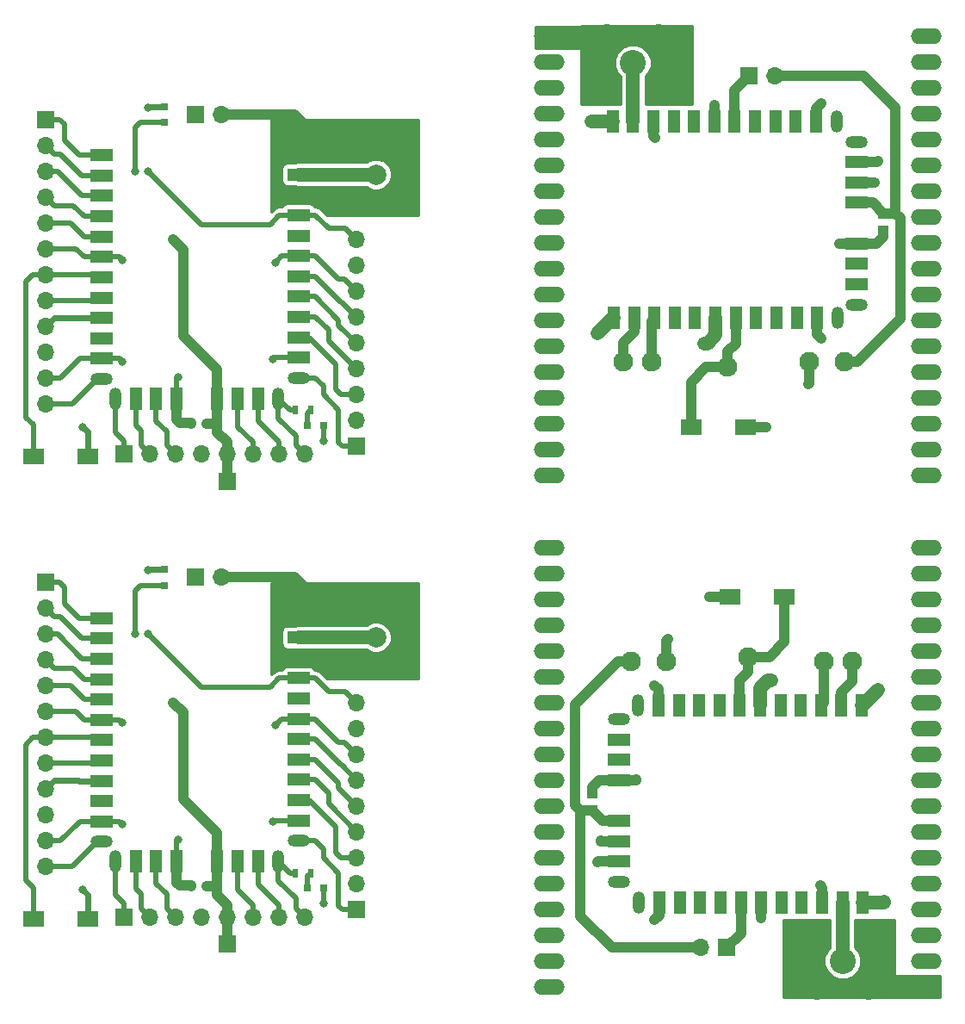
<source format=gtl>
G04 #@! TF.FileFunction,Copper,L1,Top,Signal*
%FSLAX46Y46*%
G04 Gerber Fmt 4.6, Leading zero omitted, Abs format (unit mm)*
G04 Created by KiCad (PCBNEW 4.0.6-e0-6349~53~ubuntu14.04.1) date Mon Apr 10 17:45:15 2017*
%MOMM*%
%LPD*%
G01*
G04 APERTURE LIST*
%ADD10C,0.100000*%
%ADD11O,1.700000X1.700000*%
%ADD12R,1.700000X1.700000*%
%ADD13R,0.800000X0.750000*%
%ADD14R,0.800000X0.800000*%
%ADD15R,0.500000X0.900000*%
%ADD16R,2.200000X1.200000*%
%ADD17O,2.200000X1.200000*%
%ADD18O,1.200000X2.200000*%
%ADD19R,1.200000X2.200000*%
%ADD20C,2.000000*%
%ADD21C,2.200000*%
%ADD22R,2.000000X1.600000*%
%ADD23R,0.998220X1.099820*%
%ADD24C,1.930400*%
%ADD25O,3.048000X1.524000*%
%ADD26C,2.540000*%
%ADD27C,0.800000*%
%ADD28C,0.600000*%
%ADD29C,0.600000*%
%ADD30C,1.000000*%
%ADD31C,0.550000*%
%ADD32C,0.500000*%
%ADD33C,1.370000*%
%ADD34C,0.254000*%
G04 APERTURE END LIST*
D10*
D11*
X137500000Y-73510000D03*
X137500000Y-76050000D03*
X137500000Y-78590000D03*
X137500000Y-81130000D03*
X137500000Y-83670000D03*
X137500000Y-86210000D03*
X137500000Y-88750000D03*
X137500000Y-91290000D03*
D12*
X137500000Y-93830000D03*
D13*
X121250000Y-91600000D03*
X122750000Y-91600000D03*
D14*
X132700000Y-91750000D03*
X134300000Y-91750000D03*
X118600000Y-60400000D03*
X118600000Y-62000000D03*
D12*
X106900000Y-61700000D03*
D11*
X106900000Y-64240000D03*
X106900000Y-66780000D03*
X106900000Y-69320000D03*
X106900000Y-71860000D03*
X106900000Y-74400000D03*
X106900000Y-76940000D03*
X106900000Y-79480000D03*
X106900000Y-82020000D03*
X106900000Y-84560000D03*
X106900000Y-87100000D03*
X106900000Y-89640000D03*
X132380000Y-94600000D03*
X129840000Y-94600000D03*
X127300000Y-94600000D03*
X124760000Y-94600000D03*
X122220000Y-94600000D03*
X119680000Y-94600000D03*
X117140000Y-94600000D03*
D12*
X114600000Y-94600000D03*
X121700000Y-61200000D03*
D11*
X124240000Y-61200000D03*
D15*
X131500000Y-90250000D03*
X133000000Y-90250000D03*
D16*
X112470000Y-65200000D03*
X112470000Y-67200000D03*
X112470000Y-69200000D03*
X112470000Y-71200000D03*
X112470000Y-73200000D03*
X112470000Y-75200000D03*
X112470000Y-77200000D03*
X112470000Y-79200000D03*
X112470000Y-81200000D03*
X112470000Y-83200000D03*
X112470000Y-85200000D03*
D17*
X112470000Y-87200000D03*
D18*
X113800000Y-89100000D03*
D19*
X115800000Y-89100000D03*
X117800000Y-89100000D03*
X119800000Y-89100000D03*
X123800000Y-89100000D03*
X125800000Y-89100000D03*
X127800000Y-89100000D03*
D18*
X129800000Y-89100000D03*
D17*
X131800000Y-87100000D03*
D16*
X131800000Y-85100000D03*
X131800000Y-83100000D03*
X131800000Y-81100000D03*
X131800000Y-79100000D03*
X131800000Y-77100000D03*
X131800000Y-75100000D03*
X131800000Y-73100000D03*
X131800000Y-71100000D03*
X131800000Y-69100000D03*
X131800000Y-67100000D03*
X131800000Y-65100000D03*
D20*
X139420000Y-67100000D03*
D21*
X141960000Y-69640000D03*
X141960000Y-64560000D03*
X136880000Y-64560000D03*
X136880000Y-69640000D03*
D22*
X111100000Y-94800000D03*
X105700000Y-94800000D03*
D12*
X124750000Y-97250000D03*
D11*
X137500000Y-119010000D03*
X137500000Y-121550000D03*
X137500000Y-124090000D03*
X137500000Y-126630000D03*
X137500000Y-129170000D03*
X137500000Y-131710000D03*
X137500000Y-134250000D03*
X137500000Y-136790000D03*
D12*
X137500000Y-139330000D03*
D13*
X121250000Y-137100000D03*
X122750000Y-137100000D03*
D14*
X132700000Y-137250000D03*
X134300000Y-137250000D03*
X118600000Y-105900000D03*
X118600000Y-107500000D03*
D12*
X106900000Y-107200000D03*
D11*
X106900000Y-109740000D03*
X106900000Y-112280000D03*
X106900000Y-114820000D03*
X106900000Y-117360000D03*
X106900000Y-119900000D03*
X106900000Y-122440000D03*
X106900000Y-124980000D03*
X106900000Y-127520000D03*
X106900000Y-130060000D03*
X106900000Y-132600000D03*
X106900000Y-135140000D03*
X132380000Y-140100000D03*
X129840000Y-140100000D03*
X127300000Y-140100000D03*
X124760000Y-140100000D03*
X122220000Y-140100000D03*
X119680000Y-140100000D03*
X117140000Y-140100000D03*
D12*
X114600000Y-140100000D03*
X121700000Y-106700000D03*
D11*
X124240000Y-106700000D03*
D15*
X131500000Y-135750000D03*
X133000000Y-135750000D03*
D16*
X112470000Y-110700000D03*
X112470000Y-112700000D03*
X112470000Y-114700000D03*
X112470000Y-116700000D03*
X112470000Y-118700000D03*
X112470000Y-120700000D03*
X112470000Y-122700000D03*
X112470000Y-124700000D03*
X112470000Y-126700000D03*
X112470000Y-128700000D03*
X112470000Y-130700000D03*
D17*
X112470000Y-132700000D03*
D18*
X113800000Y-134600000D03*
D19*
X115800000Y-134600000D03*
X117800000Y-134600000D03*
X119800000Y-134600000D03*
X123800000Y-134600000D03*
X125800000Y-134600000D03*
X127800000Y-134600000D03*
D18*
X129800000Y-134600000D03*
D17*
X131800000Y-132600000D03*
D16*
X131800000Y-130600000D03*
X131800000Y-128600000D03*
X131800000Y-126600000D03*
X131800000Y-124600000D03*
X131800000Y-122600000D03*
X131800000Y-120600000D03*
X131800000Y-118600000D03*
X131800000Y-116600000D03*
X131800000Y-114600000D03*
X131800000Y-112600000D03*
X131800000Y-110600000D03*
D20*
X139420000Y-112600000D03*
D21*
X141960000Y-115140000D03*
X141960000Y-110060000D03*
X136880000Y-110060000D03*
X136880000Y-115140000D03*
D22*
X111100000Y-140300000D03*
X105700000Y-140300000D03*
D12*
X124750000Y-142750000D03*
D23*
X189300000Y-70903280D03*
X189300000Y-72600000D03*
D12*
X176100000Y-57400000D03*
D11*
X178640000Y-57400000D03*
D24*
X163700000Y-85500000D03*
X166500000Y-85500000D03*
X174000000Y-86000000D03*
X185500000Y-85500000D03*
X182000000Y-85500000D03*
D25*
X156452240Y-53493600D03*
X156452240Y-56033600D03*
X156452240Y-58573600D03*
X156452240Y-61113600D03*
X156452240Y-63653600D03*
X156452240Y-66193600D03*
X156452240Y-68733600D03*
X156452240Y-71273600D03*
X156452240Y-73813600D03*
X156452240Y-76353600D03*
X156452240Y-78893600D03*
X156452240Y-81433600D03*
X156452240Y-83973600D03*
X156452240Y-86513600D03*
X156452240Y-89053600D03*
X156452240Y-91593600D03*
X156452240Y-94133600D03*
X156452240Y-96673600D03*
X193559100Y-96673600D03*
X193559100Y-94133600D03*
X193559100Y-91593600D03*
X193559100Y-89053600D03*
X193559100Y-86513600D03*
X193559100Y-83973600D03*
X193559100Y-81433600D03*
X193559100Y-78893600D03*
X193559100Y-76353600D03*
X193559100Y-73813600D03*
X193559100Y-71273600D03*
X193559100Y-68733600D03*
X193559100Y-66193600D03*
X193559100Y-63653600D03*
X193559100Y-61113600D03*
X193559100Y-58573600D03*
X193559100Y-56033600D03*
X193559100Y-53493600D03*
D19*
X162800000Y-81200000D03*
X164800000Y-81200000D03*
X166800000Y-81200000D03*
X168800000Y-81200000D03*
X170800000Y-81200000D03*
X172800000Y-81200000D03*
X174800000Y-81200000D03*
X176800000Y-81200000D03*
X178800000Y-81200000D03*
X180800000Y-81200000D03*
X182800000Y-81200000D03*
D18*
X184800000Y-81200000D03*
D17*
X186700000Y-79870000D03*
D16*
X186700000Y-77870000D03*
X186700000Y-75870000D03*
X186700000Y-73870000D03*
X186700000Y-69870000D03*
X186700000Y-67870000D03*
X186700000Y-65870000D03*
D17*
X186700000Y-63870000D03*
D18*
X184700000Y-61870000D03*
D19*
X182700000Y-61870000D03*
X180700000Y-61870000D03*
X178700000Y-61870000D03*
X176700000Y-61870000D03*
X174700000Y-61870000D03*
X172700000Y-61870000D03*
X170700000Y-61870000D03*
X168700000Y-61870000D03*
X166700000Y-61870000D03*
X164700000Y-61870000D03*
X162700000Y-61870000D03*
D26*
X164700000Y-56100000D03*
X162160000Y-53560000D03*
X167240000Y-53560000D03*
X162160000Y-58640000D03*
X167240000Y-58640000D03*
D22*
X175800000Y-91900000D03*
X170400000Y-91900000D03*
D23*
X160700000Y-129596720D03*
X160700000Y-127900000D03*
D12*
X173900000Y-143100000D03*
D11*
X171360000Y-143100000D03*
D24*
X186300000Y-115000000D03*
X183500000Y-115000000D03*
X176000000Y-114500000D03*
X164500000Y-115000000D03*
X168000000Y-115000000D03*
D25*
X193547760Y-147006400D03*
X193547760Y-144466400D03*
X193547760Y-141926400D03*
X193547760Y-139386400D03*
X193547760Y-136846400D03*
X193547760Y-134306400D03*
X193547760Y-131766400D03*
X193547760Y-129226400D03*
X193547760Y-126686400D03*
X193547760Y-124146400D03*
X193547760Y-121606400D03*
X193547760Y-119066400D03*
X193547760Y-116526400D03*
X193547760Y-113986400D03*
X193547760Y-111446400D03*
X193547760Y-108906400D03*
X193547760Y-106366400D03*
X193547760Y-103826400D03*
X156440900Y-103826400D03*
X156440900Y-106366400D03*
X156440900Y-108906400D03*
X156440900Y-111446400D03*
X156440900Y-113986400D03*
X156440900Y-116526400D03*
X156440900Y-119066400D03*
X156440900Y-121606400D03*
X156440900Y-124146400D03*
X156440900Y-126686400D03*
X156440900Y-129226400D03*
X156440900Y-131766400D03*
X156440900Y-134306400D03*
X156440900Y-136846400D03*
X156440900Y-139386400D03*
X156440900Y-141926400D03*
X156440900Y-144466400D03*
X156440900Y-147006400D03*
D19*
X187200000Y-119300000D03*
X185200000Y-119300000D03*
X183200000Y-119300000D03*
X181200000Y-119300000D03*
X179200000Y-119300000D03*
X177200000Y-119300000D03*
X175200000Y-119300000D03*
X173200000Y-119300000D03*
X171200000Y-119300000D03*
X169200000Y-119300000D03*
X167200000Y-119300000D03*
D18*
X165200000Y-119300000D03*
D17*
X163300000Y-120630000D03*
D16*
X163300000Y-122630000D03*
X163300000Y-124630000D03*
X163300000Y-126630000D03*
X163300000Y-130630000D03*
X163300000Y-132630000D03*
X163300000Y-134630000D03*
D17*
X163300000Y-136630000D03*
D18*
X165300000Y-138630000D03*
D19*
X167300000Y-138630000D03*
X169300000Y-138630000D03*
X171300000Y-138630000D03*
X173300000Y-138630000D03*
X175300000Y-138630000D03*
X177300000Y-138630000D03*
X179300000Y-138630000D03*
X181300000Y-138630000D03*
X183300000Y-138630000D03*
X185300000Y-138630000D03*
X187300000Y-138630000D03*
D26*
X185300000Y-144400000D03*
X187840000Y-146940000D03*
X182760000Y-146940000D03*
X187840000Y-141860000D03*
X182760000Y-141860000D03*
D22*
X174200000Y-108600000D03*
X179600000Y-108600000D03*
D27*
X110600000Y-91900000D03*
X134250000Y-93250000D03*
X117000000Y-60500000D03*
X114500000Y-75500000D03*
X114500000Y-85500000D03*
X120000000Y-87000000D03*
X129250000Y-85250000D03*
X129500000Y-75750000D03*
X110600000Y-137400000D03*
X134250000Y-138750000D03*
X117000000Y-106000000D03*
X114500000Y-121000000D03*
X114500000Y-131000000D03*
X120000000Y-132500000D03*
X129250000Y-130750000D03*
X129500000Y-121250000D03*
D28*
X160600000Y-61900000D03*
X161200000Y-82700000D03*
X171700000Y-83700000D03*
X185000000Y-73900000D03*
X183200000Y-83200000D03*
X181900000Y-87700000D03*
X177800000Y-91900000D03*
X166900000Y-63500000D03*
X172700000Y-60300000D03*
X183200000Y-60100000D03*
X189400000Y-138600000D03*
X188800000Y-117800000D03*
X178300000Y-116800000D03*
X165000000Y-126600000D03*
X166800000Y-117300000D03*
X168100000Y-112800000D03*
X172200000Y-108600000D03*
X183100000Y-137000000D03*
X177300000Y-140200000D03*
X166800000Y-140400000D03*
D27*
X119500000Y-73500000D03*
X119500000Y-119000000D03*
X115750000Y-66750000D03*
X115750000Y-112250000D03*
X117000000Y-66750000D03*
X117000000Y-112250000D03*
D28*
X188800000Y-65800000D03*
X161200000Y-134700000D03*
X188500000Y-67900000D03*
X161500000Y-132600000D03*
D29*
X111100000Y-94800000D02*
X111100000Y-92400000D01*
X111100000Y-92400000D02*
X110600000Y-91900000D01*
D30*
X124240000Y-61200000D02*
X131400000Y-61200000D01*
X131400000Y-61200000D02*
X132500000Y-62300000D01*
D31*
X134300000Y-91750000D02*
X134300000Y-93200000D01*
X134300000Y-93200000D02*
X134250000Y-93250000D01*
X135750000Y-77400000D02*
X136310000Y-77400000D01*
X136310000Y-77400000D02*
X137500000Y-78590000D01*
X131800000Y-75100000D02*
X133450000Y-75100000D01*
X133450000Y-75100000D02*
X135750000Y-77400000D01*
D29*
X118600000Y-60400000D02*
X117100000Y-60400000D01*
X117100000Y-60400000D02*
X117000000Y-60500000D01*
D31*
X112470000Y-75200000D02*
X114200000Y-75200000D01*
X114200000Y-75200000D02*
X114500000Y-75500000D01*
X112470000Y-85200000D02*
X114200000Y-85200000D01*
X114200000Y-85200000D02*
X114500000Y-85500000D01*
X119800000Y-89100000D02*
X119800000Y-87200000D01*
X119800000Y-87200000D02*
X120000000Y-87000000D01*
X131800000Y-85100000D02*
X129400000Y-85100000D01*
X129400000Y-85100000D02*
X129250000Y-85250000D01*
X130150000Y-75100000D02*
X129500000Y-75750000D01*
X131800000Y-75100000D02*
X130150000Y-75100000D01*
D30*
X121250000Y-91500000D02*
X120100000Y-91500000D01*
X120100000Y-91500000D02*
X119800000Y-91200000D01*
X119800000Y-91200000D02*
X119800000Y-89100000D01*
X121250000Y-91600000D02*
X121250000Y-91500000D01*
D32*
X109900000Y-74400000D02*
X110700000Y-75200000D01*
X110700000Y-75200000D02*
X112470000Y-75200000D01*
X106900000Y-74400000D02*
X109900000Y-74400000D01*
X108400000Y-87100000D02*
X110300000Y-85200000D01*
X110300000Y-85200000D02*
X112470000Y-85200000D01*
X106900000Y-87100000D02*
X108400000Y-87100000D01*
D29*
X111100000Y-140300000D02*
X111100000Y-137900000D01*
X111100000Y-137900000D02*
X110600000Y-137400000D01*
D30*
X124240000Y-106700000D02*
X131400000Y-106700000D01*
X131400000Y-106700000D02*
X132500000Y-107800000D01*
D31*
X134300000Y-137250000D02*
X134300000Y-138700000D01*
X134300000Y-138700000D02*
X134250000Y-138750000D01*
X135750000Y-122900000D02*
X136310000Y-122900000D01*
X136310000Y-122900000D02*
X137500000Y-124090000D01*
X131800000Y-120600000D02*
X133450000Y-120600000D01*
X133450000Y-120600000D02*
X135750000Y-122900000D01*
D29*
X118600000Y-105900000D02*
X117100000Y-105900000D01*
X117100000Y-105900000D02*
X117000000Y-106000000D01*
D31*
X112470000Y-120700000D02*
X114200000Y-120700000D01*
X114200000Y-120700000D02*
X114500000Y-121000000D01*
X112470000Y-130700000D02*
X114200000Y-130700000D01*
X114200000Y-130700000D02*
X114500000Y-131000000D01*
X119800000Y-134600000D02*
X119800000Y-132700000D01*
X119800000Y-132700000D02*
X120000000Y-132500000D01*
X131800000Y-130600000D02*
X129400000Y-130600000D01*
X129400000Y-130600000D02*
X129250000Y-130750000D01*
X130150000Y-120600000D02*
X129500000Y-121250000D01*
X131800000Y-120600000D02*
X130150000Y-120600000D01*
D30*
X121250000Y-137000000D02*
X120100000Y-137000000D01*
X120100000Y-137000000D02*
X119800000Y-136700000D01*
X119800000Y-136700000D02*
X119800000Y-134600000D01*
X121250000Y-137100000D02*
X121250000Y-137000000D01*
D32*
X109900000Y-119900000D02*
X110700000Y-120700000D01*
X110700000Y-120700000D02*
X112470000Y-120700000D01*
X106900000Y-119900000D02*
X109900000Y-119900000D01*
X108400000Y-132600000D02*
X110300000Y-130700000D01*
X110300000Y-130700000D02*
X112470000Y-130700000D01*
X106900000Y-132600000D02*
X108400000Y-132600000D01*
D33*
X162700000Y-61870000D02*
X160630000Y-61870000D01*
X160630000Y-61870000D02*
X160600000Y-61900000D01*
X162800000Y-81200000D02*
X162700000Y-81200000D01*
X162700000Y-81200000D02*
X161200000Y-82700000D01*
X172800000Y-82900000D02*
X172000000Y-83700000D01*
X172000000Y-83700000D02*
X171700000Y-83700000D01*
X172800000Y-81200000D02*
X172800000Y-82900000D01*
D30*
X186700000Y-73870000D02*
X185030000Y-73870000D01*
X185030000Y-73870000D02*
X185000000Y-73900000D01*
X182800000Y-81200000D02*
X182800000Y-82800000D01*
X182800000Y-82800000D02*
X183200000Y-83200000D01*
X182000000Y-85500000D02*
X182000000Y-87600000D01*
X182000000Y-87600000D02*
X181900000Y-87700000D01*
X175800000Y-91900000D02*
X177800000Y-91900000D01*
X166700000Y-61870000D02*
X166700000Y-63300000D01*
X166700000Y-63300000D02*
X166900000Y-63500000D01*
X172700000Y-61870000D02*
X172700000Y-60300000D01*
X182700000Y-61870000D02*
X182700000Y-60600000D01*
X182700000Y-60600000D02*
X183200000Y-60100000D01*
X189300000Y-73200000D02*
X188630000Y-73870000D01*
X188630000Y-73870000D02*
X186700000Y-73870000D01*
X189300000Y-72600000D02*
X189300000Y-73200000D01*
D33*
X187300000Y-138630000D02*
X189370000Y-138630000D01*
X189370000Y-138630000D02*
X189400000Y-138600000D01*
X187200000Y-119300000D02*
X187300000Y-119300000D01*
X187300000Y-119300000D02*
X188800000Y-117800000D01*
X177200000Y-117600000D02*
X178000000Y-116800000D01*
X178000000Y-116800000D02*
X178300000Y-116800000D01*
X177200000Y-119300000D02*
X177200000Y-117600000D01*
D30*
X163300000Y-126630000D02*
X164970000Y-126630000D01*
X164970000Y-126630000D02*
X165000000Y-126600000D01*
X167200000Y-119300000D02*
X167200000Y-117700000D01*
X167200000Y-117700000D02*
X166800000Y-117300000D01*
X168000000Y-115000000D02*
X168000000Y-112900000D01*
X168000000Y-112900000D02*
X168100000Y-112800000D01*
X174200000Y-108600000D02*
X172200000Y-108600000D01*
X183300000Y-138630000D02*
X183300000Y-137200000D01*
X183300000Y-137200000D02*
X183100000Y-137000000D01*
X177300000Y-138630000D02*
X177300000Y-140200000D01*
X167300000Y-138630000D02*
X167300000Y-139900000D01*
X167300000Y-139900000D02*
X166800000Y-140400000D01*
X160700000Y-127300000D02*
X161370000Y-126630000D01*
X161370000Y-126630000D02*
X163300000Y-126630000D01*
X160700000Y-127900000D02*
X160700000Y-127300000D01*
X124750000Y-97250000D02*
X124750000Y-94610000D01*
X124750000Y-94610000D02*
X124760000Y-94600000D01*
X120500000Y-83000000D02*
X120500000Y-74500000D01*
X120500000Y-74500000D02*
X119500000Y-73500000D01*
X123800000Y-86300000D02*
X120500000Y-83000000D01*
X123800000Y-89100000D02*
X123800000Y-86300000D01*
X124760000Y-94600000D02*
X124760000Y-93397919D01*
X124760000Y-93397919D02*
X123800000Y-92437919D01*
X123800000Y-92437919D02*
X123800000Y-91200000D01*
X123400000Y-91600000D02*
X123800000Y-91200000D01*
X123800000Y-91200000D02*
X123800000Y-89100000D01*
X122750000Y-91600000D02*
X123400000Y-91600000D01*
X124750000Y-142750000D02*
X124750000Y-140110000D01*
X124750000Y-140110000D02*
X124760000Y-140100000D01*
X120500000Y-128500000D02*
X120500000Y-120000000D01*
X120500000Y-120000000D02*
X119500000Y-119000000D01*
X123800000Y-131800000D02*
X120500000Y-128500000D01*
X123800000Y-134600000D02*
X123800000Y-131800000D01*
X124760000Y-140100000D02*
X124760000Y-138897919D01*
X124760000Y-138897919D02*
X123800000Y-137937919D01*
X123800000Y-137937919D02*
X123800000Y-136700000D01*
X123400000Y-137100000D02*
X123800000Y-136700000D01*
X123800000Y-136700000D02*
X123800000Y-134600000D01*
X122750000Y-137100000D02*
X123400000Y-137100000D01*
D31*
X132700000Y-91750000D02*
X132700000Y-90550000D01*
X132700000Y-90550000D02*
X133000000Y-90250000D01*
X132700000Y-137250000D02*
X132700000Y-136050000D01*
X132700000Y-136050000D02*
X133000000Y-135750000D01*
X116250000Y-62000000D02*
X118600000Y-62000000D01*
X115750000Y-62500000D02*
X116250000Y-62000000D01*
X115750000Y-66750000D02*
X115750000Y-62500000D01*
X116250000Y-107500000D02*
X118600000Y-107500000D01*
X115750000Y-108000000D02*
X116250000Y-107500000D01*
X115750000Y-112250000D02*
X115750000Y-108000000D01*
X108750000Y-63750000D02*
X110200000Y-65200000D01*
X110200000Y-65200000D02*
X112470000Y-65200000D01*
X108750000Y-62150000D02*
X108750000Y-63750000D01*
X106900000Y-61700000D02*
X108300000Y-61700000D01*
X108300000Y-61700000D02*
X108750000Y-62150000D01*
X108750000Y-109250000D02*
X110200000Y-110700000D01*
X110200000Y-110700000D02*
X112470000Y-110700000D01*
X108750000Y-107650000D02*
X108750000Y-109250000D01*
X106900000Y-107200000D02*
X108300000Y-107200000D01*
X108300000Y-107200000D02*
X108750000Y-107650000D01*
D32*
X108339999Y-65089999D02*
X110450000Y-67200000D01*
X110450000Y-67200000D02*
X112470000Y-67200000D01*
X106900000Y-64240000D02*
X107749999Y-65089999D01*
X107749999Y-65089999D02*
X108339999Y-65089999D01*
X111970000Y-67200000D02*
X112470000Y-67200000D01*
X108339999Y-110589999D02*
X110450000Y-112700000D01*
X110450000Y-112700000D02*
X112470000Y-112700000D01*
X106900000Y-109740000D02*
X107749999Y-110589999D01*
X107749999Y-110589999D02*
X108339999Y-110589999D01*
X111970000Y-112700000D02*
X112470000Y-112700000D01*
X106900000Y-66780000D02*
X108102081Y-66780000D01*
X108102081Y-66780000D02*
X110522081Y-69200000D01*
X110522081Y-69200000D02*
X112470000Y-69200000D01*
X111970000Y-69200000D02*
X112470000Y-69200000D01*
X106900000Y-112280000D02*
X108102081Y-112280000D01*
X108102081Y-112280000D02*
X110522081Y-114700000D01*
X110522081Y-114700000D02*
X112470000Y-114700000D01*
X111970000Y-114700000D02*
X112470000Y-114700000D01*
X109669999Y-70169999D02*
X110700000Y-71200000D01*
X110700000Y-71200000D02*
X112470000Y-71200000D01*
X106900000Y-69320000D02*
X107749999Y-70169999D01*
X107749999Y-70169999D02*
X109669999Y-70169999D01*
X109669999Y-115669999D02*
X110700000Y-116700000D01*
X110700000Y-116700000D02*
X112470000Y-116700000D01*
X106900000Y-114820000D02*
X107749999Y-115669999D01*
X107749999Y-115669999D02*
X109669999Y-115669999D01*
X109360000Y-71860000D02*
X110700000Y-73200000D01*
X110700000Y-73200000D02*
X112470000Y-73200000D01*
X106900000Y-71860000D02*
X109360000Y-71860000D01*
X109360000Y-117360000D02*
X110700000Y-118700000D01*
X110700000Y-118700000D02*
X112470000Y-118700000D01*
X106900000Y-117360000D02*
X109360000Y-117360000D01*
D31*
X105700000Y-94800000D02*
X105700000Y-91700000D01*
X105700000Y-91700000D02*
X105000000Y-91000000D01*
X105000000Y-91000000D02*
X105000000Y-77637919D01*
X105000000Y-77637919D02*
X105697919Y-76940000D01*
X105697919Y-76940000D02*
X106900000Y-76940000D01*
D32*
X106900000Y-76940000D02*
X112210000Y-76940000D01*
X112210000Y-76940000D02*
X112470000Y-77200000D01*
D31*
X105700000Y-140300000D02*
X105700000Y-137200000D01*
X105700000Y-137200000D02*
X105000000Y-136500000D01*
X105000000Y-136500000D02*
X105000000Y-123137919D01*
X105000000Y-123137919D02*
X105697919Y-122440000D01*
X105697919Y-122440000D02*
X106900000Y-122440000D01*
D32*
X106900000Y-122440000D02*
X112210000Y-122440000D01*
X112210000Y-122440000D02*
X112470000Y-122700000D01*
X106900000Y-79480000D02*
X112190000Y-79480000D01*
X112190000Y-79480000D02*
X112470000Y-79200000D01*
X106900000Y-124980000D02*
X112190000Y-124980000D01*
X112190000Y-124980000D02*
X112470000Y-124700000D01*
D29*
X110170001Y-81170001D02*
X110200000Y-81200000D01*
X110200000Y-81200000D02*
X112470000Y-81200000D01*
X106900000Y-82020000D02*
X107749999Y-81170001D01*
X107749999Y-81170001D02*
X110170001Y-81170001D01*
X110170001Y-126670001D02*
X110200000Y-126700000D01*
X110200000Y-126700000D02*
X112470000Y-126700000D01*
X106900000Y-127520000D02*
X107749999Y-126670001D01*
X107749999Y-126670001D02*
X110170001Y-126670001D01*
D32*
X106900000Y-89640000D02*
X109530000Y-89640000D01*
X109530000Y-89640000D02*
X111970000Y-87200000D01*
X111970000Y-87200000D02*
X112470000Y-87200000D01*
X106900000Y-135140000D02*
X109530000Y-135140000D01*
X109530000Y-135140000D02*
X111970000Y-132700000D01*
X111970000Y-132700000D02*
X112470000Y-132700000D01*
D31*
X131500000Y-90250000D02*
X130950000Y-90250000D01*
X130950000Y-90250000D02*
X129800000Y-89100000D01*
D32*
X131530001Y-92780001D02*
X129800000Y-91050000D01*
X129800000Y-91050000D02*
X129800000Y-89100000D01*
X132380000Y-94600000D02*
X131530001Y-93750001D01*
X131530001Y-93750001D02*
X131530001Y-92780001D01*
D31*
X131500000Y-135750000D02*
X130950000Y-135750000D01*
X130950000Y-135750000D02*
X129800000Y-134600000D01*
D32*
X131530001Y-138280001D02*
X129800000Y-136550000D01*
X129800000Y-136550000D02*
X129800000Y-134600000D01*
X132380000Y-140100000D02*
X131530001Y-139250001D01*
X131530001Y-139250001D02*
X131530001Y-138280001D01*
X129840000Y-94600000D02*
X129840000Y-93397919D01*
X129840000Y-93397919D02*
X127800000Y-91357919D01*
X127800000Y-91357919D02*
X127800000Y-89100000D01*
X129840000Y-140100000D02*
X129840000Y-138897919D01*
X129840000Y-138897919D02*
X127800000Y-136857919D01*
X127800000Y-136857919D02*
X127800000Y-134600000D01*
X127300000Y-94600000D02*
X127300000Y-93397919D01*
X127300000Y-93397919D02*
X125800000Y-91897919D01*
X125800000Y-91897919D02*
X125800000Y-89100000D01*
X127300000Y-140100000D02*
X127300000Y-138897919D01*
X127300000Y-138897919D02*
X125800000Y-137397919D01*
X125800000Y-137397919D02*
X125800000Y-134600000D01*
X118830001Y-92330001D02*
X117800000Y-91300000D01*
X117800000Y-91300000D02*
X117800000Y-89100000D01*
X119680000Y-94600000D02*
X118830001Y-93750001D01*
X118830001Y-93750001D02*
X118830001Y-92330001D01*
X118830001Y-137830001D02*
X117800000Y-136800000D01*
X117800000Y-136800000D02*
X117800000Y-134600000D01*
X119680000Y-140100000D02*
X118830001Y-139250001D01*
X118830001Y-139250001D02*
X118830001Y-137830001D01*
X117140000Y-94600000D02*
X116290001Y-93750001D01*
X116290001Y-93750001D02*
X116290001Y-92290001D01*
X116290001Y-92290001D02*
X115800000Y-91800000D01*
X115800000Y-91800000D02*
X115800000Y-89100000D01*
X117140000Y-140100000D02*
X116290001Y-139250001D01*
X116290001Y-139250001D02*
X116290001Y-137790001D01*
X116290001Y-137790001D02*
X115800000Y-137300000D01*
X115800000Y-137300000D02*
X115800000Y-134600000D01*
X114600000Y-94600000D02*
X114600000Y-93250000D01*
X114600000Y-93250000D02*
X113800000Y-92450000D01*
X113800000Y-92450000D02*
X113800000Y-89100000D01*
X114600000Y-140100000D02*
X114600000Y-138750000D01*
X114600000Y-138750000D02*
X113800000Y-137950000D01*
X113800000Y-137950000D02*
X113800000Y-134600000D01*
D31*
X131800000Y-71100000D02*
X133450000Y-71100000D01*
X133450000Y-71100000D02*
X134750000Y-72400000D01*
X134750000Y-72400000D02*
X136390000Y-72400000D01*
X136390000Y-72400000D02*
X137500000Y-73510000D01*
X129000000Y-72000000D02*
X122250000Y-72000000D01*
X122250000Y-72000000D02*
X117000000Y-66750000D01*
X129900000Y-71100000D02*
X129000000Y-72000000D01*
X131800000Y-71100000D02*
X129900000Y-71100000D01*
D32*
X132300000Y-71100000D02*
X131800000Y-71100000D01*
D31*
X131800000Y-116600000D02*
X133450000Y-116600000D01*
X133450000Y-116600000D02*
X134750000Y-117900000D01*
X134750000Y-117900000D02*
X136390000Y-117900000D01*
X136390000Y-117900000D02*
X137500000Y-119010000D01*
X129000000Y-117500000D02*
X122250000Y-117500000D01*
X122250000Y-117500000D02*
X117000000Y-112250000D01*
X129900000Y-116600000D02*
X129000000Y-117500000D01*
X131800000Y-116600000D02*
X129900000Y-116600000D01*
D32*
X132300000Y-116600000D02*
X131800000Y-116600000D01*
D31*
X136000000Y-79650000D02*
X136020000Y-79650000D01*
X136020000Y-79650000D02*
X137500000Y-81130000D01*
X131800000Y-77100000D02*
X133450000Y-77100000D01*
X133450000Y-77100000D02*
X136000000Y-79650000D01*
X136000000Y-125150000D02*
X136020000Y-125150000D01*
X136020000Y-125150000D02*
X137500000Y-126630000D01*
X131800000Y-122600000D02*
X133450000Y-122600000D01*
X133450000Y-122600000D02*
X136000000Y-125150000D01*
X135750000Y-81400000D02*
X135750000Y-81920000D01*
X135750000Y-81920000D02*
X137500000Y-83670000D01*
X131800000Y-79100000D02*
X133450000Y-79100000D01*
X133450000Y-79100000D02*
X135750000Y-81400000D01*
X135750000Y-126900000D02*
X135750000Y-127420000D01*
X135750000Y-127420000D02*
X137500000Y-129170000D01*
X131800000Y-124600000D02*
X133450000Y-124600000D01*
X133450000Y-124600000D02*
X135750000Y-126900000D01*
X131800000Y-81100000D02*
X133450000Y-81100000D01*
X133450000Y-81100000D02*
X134750000Y-82400000D01*
X134750000Y-83460000D02*
X137500000Y-86210000D01*
X134750000Y-82400000D02*
X134750000Y-83460000D01*
X131800000Y-126600000D02*
X133450000Y-126600000D01*
X133450000Y-126600000D02*
X134750000Y-127900000D01*
X134750000Y-128960000D02*
X137500000Y-131710000D01*
X134750000Y-127900000D02*
X134750000Y-128960000D01*
X131800000Y-83100000D02*
X132850000Y-83100000D01*
X132850000Y-83100000D02*
X135500000Y-85750000D01*
X136000000Y-88750000D02*
X137500000Y-88750000D01*
X135500000Y-85750000D02*
X135500000Y-88250000D01*
X135500000Y-88250000D02*
X136000000Y-88750000D01*
X131800000Y-128600000D02*
X132850000Y-128600000D01*
X132850000Y-128600000D02*
X135500000Y-131250000D01*
X136000000Y-134250000D02*
X137500000Y-134250000D01*
X135500000Y-131250000D02*
X135500000Y-133750000D01*
X135500000Y-133750000D02*
X136000000Y-134250000D01*
X135750000Y-90250000D02*
X135750000Y-93480000D01*
X135750000Y-93480000D02*
X136100000Y-93830000D01*
X136100000Y-93830000D02*
X137500000Y-93830000D01*
X134250000Y-88750000D02*
X135750000Y-90250000D01*
X134250000Y-87900000D02*
X134250000Y-88750000D01*
X131800000Y-87100000D02*
X133450000Y-87100000D01*
X133450000Y-87100000D02*
X134250000Y-87900000D01*
X135750000Y-135750000D02*
X135750000Y-138980000D01*
X135750000Y-138980000D02*
X136100000Y-139330000D01*
X136100000Y-139330000D02*
X137500000Y-139330000D01*
X134250000Y-134250000D02*
X135750000Y-135750000D01*
X134250000Y-133400000D02*
X134250000Y-134250000D01*
X131800000Y-132600000D02*
X133450000Y-132600000D01*
X133450000Y-132600000D02*
X134250000Y-133400000D01*
D33*
X131800000Y-67100000D02*
X139420000Y-67100000D01*
X131800000Y-112600000D02*
X139420000Y-112600000D01*
X164700000Y-61870000D02*
X164700000Y-56100000D01*
X185300000Y-138630000D02*
X185300000Y-144400000D01*
D30*
X187400000Y-57400000D02*
X190503280Y-60503280D01*
X190503280Y-60503280D02*
X190503280Y-70903280D01*
X178640000Y-57400000D02*
X187400000Y-57400000D01*
X186700000Y-69870000D02*
X188266720Y-69870000D01*
X188266720Y-69870000D02*
X189300000Y-70903280D01*
X191000000Y-71400000D02*
X190503280Y-70903280D01*
X190503280Y-70903280D02*
X189300000Y-70903280D01*
X191000000Y-81300000D02*
X191000000Y-71400000D01*
X186800000Y-85500000D02*
X191000000Y-81300000D01*
X185500000Y-85500000D02*
X186800000Y-85500000D01*
X162600000Y-143100000D02*
X159496720Y-139996720D01*
X159496720Y-139996720D02*
X159496720Y-129596720D01*
X171360000Y-143100000D02*
X162600000Y-143100000D01*
X163300000Y-130630000D02*
X161733280Y-130630000D01*
X161733280Y-130630000D02*
X160700000Y-129596720D01*
X159000000Y-129100000D02*
X159496720Y-129596720D01*
X159496720Y-129596720D02*
X160700000Y-129596720D01*
X159000000Y-119200000D02*
X159000000Y-129100000D01*
X163200000Y-115000000D02*
X159000000Y-119200000D01*
X164500000Y-115000000D02*
X163200000Y-115000000D01*
X174700000Y-61870000D02*
X174700000Y-58800000D01*
X174700000Y-58800000D02*
X176100000Y-57400000D01*
X175300000Y-138630000D02*
X175300000Y-141700000D01*
X175300000Y-141700000D02*
X173900000Y-143100000D01*
X163700000Y-83600000D02*
X164800000Y-82500000D01*
X164800000Y-82500000D02*
X164800000Y-81200000D01*
X163700000Y-85500000D02*
X163700000Y-83600000D01*
X186300000Y-116900000D02*
X185200000Y-118000000D01*
X185200000Y-118000000D02*
X185200000Y-119300000D01*
X186300000Y-115000000D02*
X186300000Y-116900000D01*
X166500000Y-85500000D02*
X166500000Y-81500000D01*
X166500000Y-81500000D02*
X166800000Y-81200000D01*
X183500000Y-115000000D02*
X183500000Y-119000000D01*
X183500000Y-119000000D02*
X183200000Y-119300000D01*
X170400000Y-87500000D02*
X171900000Y-86000000D01*
X171900000Y-86000000D02*
X174000000Y-86000000D01*
X170400000Y-91900000D02*
X170400000Y-87500000D01*
X174000000Y-84500000D02*
X174800000Y-83700000D01*
X174800000Y-83700000D02*
X174800000Y-81200000D01*
X174000000Y-86000000D02*
X174000000Y-84500000D01*
X179600000Y-113000000D02*
X178100000Y-114500000D01*
X178100000Y-114500000D02*
X176000000Y-114500000D01*
X179600000Y-108600000D02*
X179600000Y-113000000D01*
X176000000Y-116000000D02*
X175200000Y-116800000D01*
X175200000Y-116800000D02*
X175200000Y-119300000D01*
X176000000Y-114500000D02*
X176000000Y-116000000D01*
X186700000Y-65870000D02*
X188730000Y-65870000D01*
X188730000Y-65870000D02*
X188800000Y-65800000D01*
X163300000Y-134630000D02*
X161270000Y-134630000D01*
X161270000Y-134630000D02*
X161200000Y-134700000D01*
X186700000Y-67870000D02*
X188470000Y-67870000D01*
X188470000Y-67870000D02*
X188500000Y-67900000D01*
X163300000Y-132630000D02*
X161530000Y-132630000D01*
X161530000Y-132630000D02*
X161500000Y-132600000D01*
D34*
G36*
X143623000Y-71123000D02*
X134607200Y-71123000D01*
X134017100Y-70532900D01*
X133756912Y-70359049D01*
X133450000Y-70297999D01*
X133449995Y-70298000D01*
X133396262Y-70298000D01*
X133285158Y-70125340D01*
X133109049Y-70005010D01*
X132900000Y-69962676D01*
X130700000Y-69962676D01*
X130504706Y-69999423D01*
X130325340Y-70114842D01*
X130205010Y-70290951D01*
X130203583Y-70298000D01*
X129900000Y-70298000D01*
X129593088Y-70359049D01*
X129332900Y-70532900D01*
X129332898Y-70532903D01*
X129127000Y-70738801D01*
X129127000Y-66500000D01*
X130162676Y-66500000D01*
X130162676Y-67700000D01*
X130199423Y-67895294D01*
X130314842Y-68074660D01*
X130490951Y-68194990D01*
X130700000Y-68237324D01*
X131424579Y-68237324D01*
X131800000Y-68312000D01*
X138472264Y-68312000D01*
X138553894Y-68393773D01*
X139114928Y-68626735D01*
X139722407Y-68627265D01*
X140283846Y-68395283D01*
X140713773Y-67966106D01*
X140946735Y-67405072D01*
X140947265Y-66797593D01*
X140715283Y-66236154D01*
X140286106Y-65806227D01*
X139725072Y-65573265D01*
X139117593Y-65572735D01*
X138556154Y-65804717D01*
X138472725Y-65888000D01*
X131800000Y-65888000D01*
X131424579Y-65962676D01*
X130700000Y-65962676D01*
X130504706Y-65999423D01*
X130325340Y-66114842D01*
X130205010Y-66290951D01*
X130162676Y-66500000D01*
X129127000Y-66500000D01*
X129127000Y-61727000D01*
X143623000Y-61727000D01*
X143623000Y-71123000D01*
X143623000Y-71123000D01*
G37*
X143623000Y-71123000D02*
X134607200Y-71123000D01*
X134017100Y-70532900D01*
X133756912Y-70359049D01*
X133450000Y-70297999D01*
X133449995Y-70298000D01*
X133396262Y-70298000D01*
X133285158Y-70125340D01*
X133109049Y-70005010D01*
X132900000Y-69962676D01*
X130700000Y-69962676D01*
X130504706Y-69999423D01*
X130325340Y-70114842D01*
X130205010Y-70290951D01*
X130203583Y-70298000D01*
X129900000Y-70298000D01*
X129593088Y-70359049D01*
X129332900Y-70532900D01*
X129332898Y-70532903D01*
X129127000Y-70738801D01*
X129127000Y-66500000D01*
X130162676Y-66500000D01*
X130162676Y-67700000D01*
X130199423Y-67895294D01*
X130314842Y-68074660D01*
X130490951Y-68194990D01*
X130700000Y-68237324D01*
X131424579Y-68237324D01*
X131800000Y-68312000D01*
X138472264Y-68312000D01*
X138553894Y-68393773D01*
X139114928Y-68626735D01*
X139722407Y-68627265D01*
X140283846Y-68395283D01*
X140713773Y-67966106D01*
X140946735Y-67405072D01*
X140947265Y-66797593D01*
X140715283Y-66236154D01*
X140286106Y-65806227D01*
X139725072Y-65573265D01*
X139117593Y-65572735D01*
X138556154Y-65804717D01*
X138472725Y-65888000D01*
X131800000Y-65888000D01*
X131424579Y-65962676D01*
X130700000Y-65962676D01*
X130504706Y-65999423D01*
X130325340Y-66114842D01*
X130205010Y-66290951D01*
X130162676Y-66500000D01*
X129127000Y-66500000D01*
X129127000Y-61727000D01*
X143623000Y-61727000D01*
X143623000Y-71123000D01*
G36*
X143623000Y-116623000D02*
X134607200Y-116623000D01*
X134017100Y-116032900D01*
X133756912Y-115859049D01*
X133450000Y-115797999D01*
X133449995Y-115798000D01*
X133396262Y-115798000D01*
X133285158Y-115625340D01*
X133109049Y-115505010D01*
X132900000Y-115462676D01*
X130700000Y-115462676D01*
X130504706Y-115499423D01*
X130325340Y-115614842D01*
X130205010Y-115790951D01*
X130203583Y-115798000D01*
X129900000Y-115798000D01*
X129593088Y-115859049D01*
X129332900Y-116032900D01*
X129332898Y-116032903D01*
X129127000Y-116238801D01*
X129127000Y-112000000D01*
X130162676Y-112000000D01*
X130162676Y-113200000D01*
X130199423Y-113395294D01*
X130314842Y-113574660D01*
X130490951Y-113694990D01*
X130700000Y-113737324D01*
X131424579Y-113737324D01*
X131800000Y-113812000D01*
X138472264Y-113812000D01*
X138553894Y-113893773D01*
X139114928Y-114126735D01*
X139722407Y-114127265D01*
X140283846Y-113895283D01*
X140713773Y-113466106D01*
X140946735Y-112905072D01*
X140947265Y-112297593D01*
X140715283Y-111736154D01*
X140286106Y-111306227D01*
X139725072Y-111073265D01*
X139117593Y-111072735D01*
X138556154Y-111304717D01*
X138472725Y-111388000D01*
X131800000Y-111388000D01*
X131424579Y-111462676D01*
X130700000Y-111462676D01*
X130504706Y-111499423D01*
X130325340Y-111614842D01*
X130205010Y-111790951D01*
X130162676Y-112000000D01*
X129127000Y-112000000D01*
X129127000Y-107227000D01*
X143623000Y-107227000D01*
X143623000Y-116623000D01*
X143623000Y-116623000D01*
G37*
X143623000Y-116623000D02*
X134607200Y-116623000D01*
X134017100Y-116032900D01*
X133756912Y-115859049D01*
X133450000Y-115797999D01*
X133449995Y-115798000D01*
X133396262Y-115798000D01*
X133285158Y-115625340D01*
X133109049Y-115505010D01*
X132900000Y-115462676D01*
X130700000Y-115462676D01*
X130504706Y-115499423D01*
X130325340Y-115614842D01*
X130205010Y-115790951D01*
X130203583Y-115798000D01*
X129900000Y-115798000D01*
X129593088Y-115859049D01*
X129332900Y-116032900D01*
X129332898Y-116032903D01*
X129127000Y-116238801D01*
X129127000Y-112000000D01*
X130162676Y-112000000D01*
X130162676Y-113200000D01*
X130199423Y-113395294D01*
X130314842Y-113574660D01*
X130490951Y-113694990D01*
X130700000Y-113737324D01*
X131424579Y-113737324D01*
X131800000Y-113812000D01*
X138472264Y-113812000D01*
X138553894Y-113893773D01*
X139114928Y-114126735D01*
X139722407Y-114127265D01*
X140283846Y-113895283D01*
X140713773Y-113466106D01*
X140946735Y-112905072D01*
X140947265Y-112297593D01*
X140715283Y-111736154D01*
X140286106Y-111306227D01*
X139725072Y-111073265D01*
X139117593Y-111072735D01*
X138556154Y-111304717D01*
X138472725Y-111388000D01*
X131800000Y-111388000D01*
X131424579Y-111462676D01*
X130700000Y-111462676D01*
X130504706Y-111499423D01*
X130325340Y-111614842D01*
X130205010Y-111790951D01*
X130162676Y-112000000D01*
X129127000Y-112000000D01*
X129127000Y-107227000D01*
X143623000Y-107227000D01*
X143623000Y-116623000D01*
G36*
X170473000Y-60173000D02*
X165912000Y-60173000D01*
X165912000Y-57429241D01*
X166222534Y-57119248D01*
X166496687Y-56459014D01*
X166497311Y-55744123D01*
X166224311Y-55083411D01*
X165719248Y-54577466D01*
X165059014Y-54303313D01*
X164344123Y-54302689D01*
X163683411Y-54575689D01*
X163177466Y-55080752D01*
X162903313Y-55740986D01*
X162902689Y-56455877D01*
X163175689Y-57116589D01*
X163488000Y-57429445D01*
X163488000Y-60173000D01*
X159627000Y-60173000D01*
X159627000Y-52477000D01*
X170473000Y-52477000D01*
X170473000Y-60173000D01*
X170473000Y-60173000D01*
G37*
X170473000Y-60173000D02*
X165912000Y-60173000D01*
X165912000Y-57429241D01*
X166222534Y-57119248D01*
X166496687Y-56459014D01*
X166497311Y-55744123D01*
X166224311Y-55083411D01*
X165719248Y-54577466D01*
X165059014Y-54303313D01*
X164344123Y-54302689D01*
X163683411Y-54575689D01*
X163177466Y-55080752D01*
X162903313Y-55740986D01*
X162902689Y-56455877D01*
X163175689Y-57116589D01*
X163488000Y-57429445D01*
X163488000Y-60173000D01*
X159627000Y-60173000D01*
X159627000Y-52477000D01*
X170473000Y-52477000D01*
X170473000Y-60173000D01*
G36*
X162773000Y-54673000D02*
X155077000Y-54673000D01*
X155077000Y-52527000D01*
X162773000Y-52527000D01*
X162773000Y-54673000D01*
X162773000Y-54673000D01*
G37*
X162773000Y-54673000D02*
X155077000Y-54673000D01*
X155077000Y-52527000D01*
X162773000Y-52527000D01*
X162773000Y-54673000D01*
G36*
X179527000Y-140327000D02*
X184088000Y-140327000D01*
X184088000Y-143070759D01*
X183777466Y-143380752D01*
X183503313Y-144040986D01*
X183502689Y-144755877D01*
X183775689Y-145416589D01*
X184280752Y-145922534D01*
X184940986Y-146196687D01*
X185655877Y-146197311D01*
X186316589Y-145924311D01*
X186822534Y-145419248D01*
X187096687Y-144759014D01*
X187097311Y-144044123D01*
X186824311Y-143383411D01*
X186512000Y-143070555D01*
X186512000Y-140327000D01*
X190373000Y-140327000D01*
X190373000Y-148023000D01*
X179527000Y-148023000D01*
X179527000Y-140327000D01*
X179527000Y-140327000D01*
G37*
X179527000Y-140327000D02*
X184088000Y-140327000D01*
X184088000Y-143070759D01*
X183777466Y-143380752D01*
X183503313Y-144040986D01*
X183502689Y-144755877D01*
X183775689Y-145416589D01*
X184280752Y-145922534D01*
X184940986Y-146196687D01*
X185655877Y-146197311D01*
X186316589Y-145924311D01*
X186822534Y-145419248D01*
X187096687Y-144759014D01*
X187097311Y-144044123D01*
X186824311Y-143383411D01*
X186512000Y-143070555D01*
X186512000Y-140327000D01*
X190373000Y-140327000D01*
X190373000Y-148023000D01*
X179527000Y-148023000D01*
X179527000Y-140327000D01*
G36*
X187227000Y-145827000D02*
X194923000Y-145827000D01*
X194923000Y-147973000D01*
X187227000Y-147973000D01*
X187227000Y-145827000D01*
X187227000Y-145827000D01*
G37*
X187227000Y-145827000D02*
X194923000Y-145827000D01*
X194923000Y-147973000D01*
X187227000Y-147973000D01*
X187227000Y-145827000D01*
M02*

</source>
